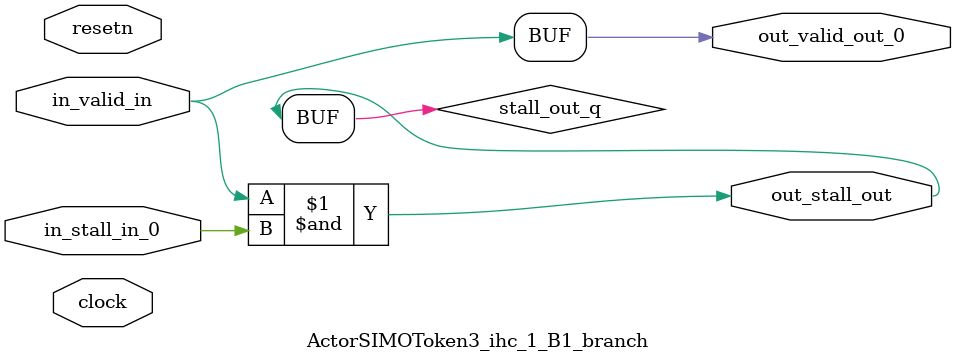
<source format=sv>



(* altera_attribute = "-name AUTO_SHIFT_REGISTER_RECOGNITION OFF; -name MESSAGE_DISABLE 10036; -name MESSAGE_DISABLE 10037; -name MESSAGE_DISABLE 14130; -name MESSAGE_DISABLE 14320; -name MESSAGE_DISABLE 15400; -name MESSAGE_DISABLE 14130; -name MESSAGE_DISABLE 10036; -name MESSAGE_DISABLE 12020; -name MESSAGE_DISABLE 12030; -name MESSAGE_DISABLE 12010; -name MESSAGE_DISABLE 12110; -name MESSAGE_DISABLE 14320; -name MESSAGE_DISABLE 13410; -name MESSAGE_DISABLE 113007; -name MESSAGE_DISABLE 10958" *)
module ActorSIMOToken3_ihc_1_B1_branch (
    input wire [0:0] in_stall_in_0,
    input wire [0:0] in_valid_in,
    output wire [0:0] out_stall_out,
    output wire [0:0] out_valid_out_0,
    input wire clock,
    input wire resetn
    );

    wire [0:0] stall_out_q;


    // stall_out(LOGICAL,6)
    assign stall_out_q = in_valid_in & in_stall_in_0;

    // out_stall_out(GPOUT,4)
    assign out_stall_out = stall_out_q;

    // out_valid_out_0(GPOUT,5)
    assign out_valid_out_0 = in_valid_in;

endmodule

</source>
